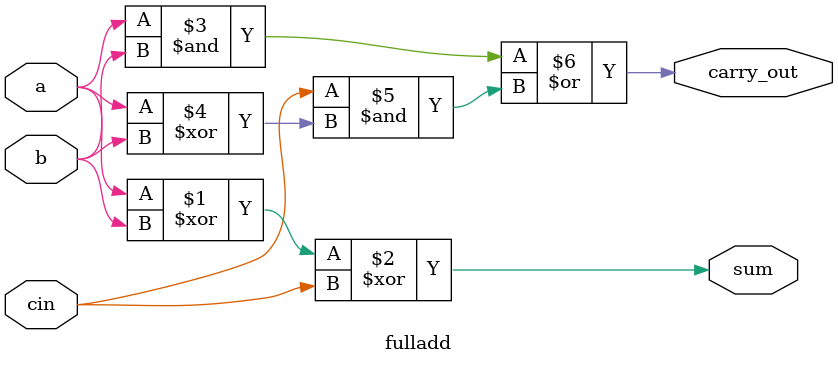
<source format=v>
module fulladd (
    input a,b,cin,
    output sum,carry_out
);

    assign sum = a^b^cin;
    assign carry_out = (a&b)|( cin & (a^b)) ;


endmodule

</source>
